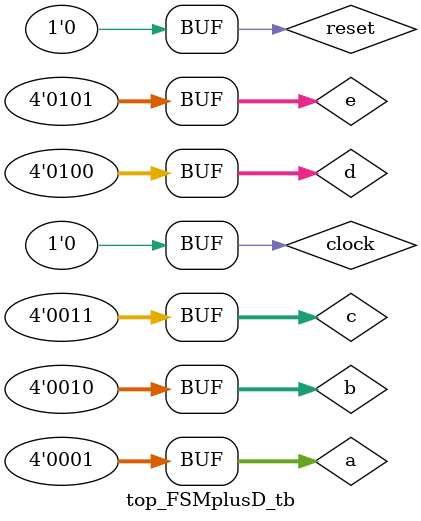
<source format=v>

module top_FSMplusD_tb ();

  reg clock, reset;
  reg [3:0] a, b, c, d, e;
  wire [3:0] R1, R2, R3, PS, NS;

  top_FSMplusD DUT (
    .clock(clock), .reset(reset),
    .a(a), .b(b), .c(c), .d(d), .e(e),
    .R1(R1), .R2(R2), .R3(R3), .PS(PS), .NS(NS)
  );

  initial
    begin
      $monitor($time, " R1=%d, R2=%d, R3=%d, PS=%d, NS=%d", R1, R2, R3, PS, NS);
    end

  initial
    begin
      $dumpfile("top_FSMplusD.vcd");
      $dumpvars(1, top_FSMplusD_tb);

      #0 clock=0; reset=1; a=1; b=2; c=3; d=4; e=5;

      repeat(100) begin
        #50 clock = ~clock; reset=0;
      end

    end

endmodule

</source>
